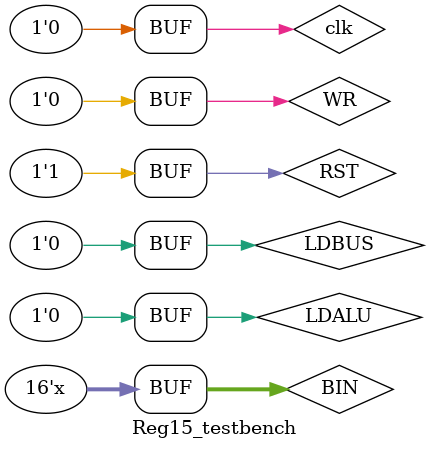
<source format=v>
`timescale 1us/10ns
module Reg15_testbench();

	reg clk; 
	reg RST, WR, LDBUS, LDALU;
	reg [15:0] BIN;
	wire [15:0] BOUT, ALU;
	
	Reg15 Reg15_1(clk,BIN,RST,WR,LDBUS,LDALU,BOUT,ALU);
	
	always // CLOCK
		begin
			clk = 1; #50; clk = 0; #50;
		end
	
	initial begin
		#50;
		RST=1'b1; WR=1'b0; LDBUS=1'b0; LDALU=1'b0; BIN = 16'dx; #100; // RESET
		RST=1'b0; WR=1'b0; LDBUS=1'b1; LDALU=1'b0; BIN = 16'dx; #100; // LOAD BUS
		RST=1'b0; WR=1'b1; LDBUS=1'b0; LDALU=1'b0; BIN = 16'd32; #100; // WRITE
		RST=1'b0; WR=1'b0; LDBUS=1'b1; LDALU=1'b0; BIN = 16'dx; #100; // LOAD BUS
		RST=1'b0; WR=1'b1; LDBUS=1'b0; LDALU=1'b0; BIN = 16'd64; #100; // WRITE
		RST=1'b0; WR=1'b0; LDBUS=1'b0; LDALU=1'b1; BIN = 16'd32; #100; // LOAD ALU
		RST=1'b1; WR=1'b0; LDBUS=1'b0; LDALU=1'b0; BIN = 16'dx; #100; // RESET			
	end

endmodule
</source>
